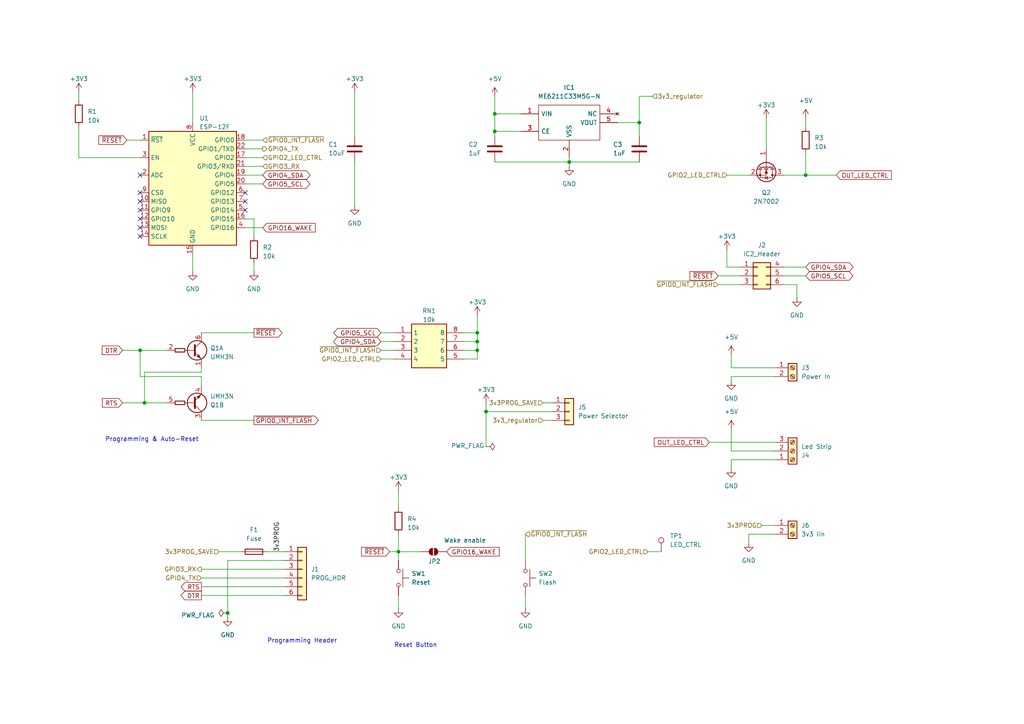
<source format=kicad_sch>
(kicad_sch (version 20250114) (generator "eeschema") (generator_version "9.0")
  (paper "A4")
  (title_block (company "chof.org"))
  (lib_symbols
    (symbol "Chof747 Voltage Regulators:ME6211C33M5G-N" (pin_names (offset 0.762))
      (property "Reference" "IC" (at 24.13 7.62 0))
      (property "Value" "ME6211C33M5G-N" (at 24.13 5.08 0))
      (symbol "ME6211C33M5G-N_0_0"
        (pin passive line (at 0 0 0) (length 5.08) (name "VIN") (number "1"))
        (pin passive line (at 0 -5.08 0) (length 5.08) (name "CE") (number "3"))
        (pin passive line (at 13.97 -12.7 90) (length 5.08) (name "VSS") (number "2"))
        (pin no_connect line (at 27.94 0 180) (length 5.08) (name "NC") (number "4"))
        (pin passive line (at 27.94 -2.54 180) (length 5.08) (name "VOUT") (number "5"))
      )
      (symbol "ME6211C33M5G-N_0_1"
        (polyline (pts (xy 5.08 2.54) (xy 22.86 2.54) (xy 22.86 -7.62) (xy 5.08 -7.62) (xy 5.08 2.54)) (stroke (width 0.1524)))
      )
    )
    (symbol "Chof747 passive:YC164-FR-0710KL"
      (property "Reference" "RN" (at 16.51 7.62 0))
      (property "Value" "YC164-FR-0710KL" (at 16.51 5.08 0))
      (symbol "YC164-FR-0710KL_1_1"
        (rectangle (start 5.08 2.54) (end 15.24 -10.16) (stroke (width 0.254)) (fill (type background)))
        (pin passive line (at 0 0 0) (length 5.08) (name "1") (number "1"))
        (pin passive line (at 0 -2.54 0) (length 5.08) (name "2") (number "2"))
        (pin passive line (at 0 -5.08 0) (length 5.08) (name "3") (number "3"))
        (pin passive line (at 0 -7.62 0) (length 5.08) (name "4") (number "4"))
        (pin passive line (at 20.32 0 180) (length 5.08) (name "8") (number "8"))
        (pin passive line (at 20.32 -2.54 180) (length 5.08) (name "7") (number "7"))
        (pin passive line (at 20.32 -5.08 180) (length 5.08) (name "6") (number "6"))
        (pin passive line (at 20.32 -7.62 180) (length 5.08) (name "5") (number "5"))
      )
    )
    (symbol "Connector:Screw_Terminal_01x02" (pin_names (offset 1.016) (hide yes))
      (property "Reference" "J" (at 0 2.54 0))
      (property "Value" "Screw_Terminal_01x02" (at 0 -5.08 0))
      (symbol "Screw_Terminal_01x02_1_1"
        (rectangle (start -1.27 1.27) (end 1.27 -3.81) (stroke (width 0.254)) (fill (type background)))
        (polyline (pts (xy -0.5334 0.3302) (xy 0.3302 -0.508)) (stroke (width 0.1524)))
        (polyline (pts (xy -0.5334 -2.2098) (xy 0.3302 -3.048)) (stroke (width 0.1524)))
        (polyline (pts (xy -0.3556 0.508) (xy 0.508 -0.3302)) (stroke (width 0.1524)))
        (polyline (pts (xy -0.3556 -2.032) (xy 0.508 -2.8702)) (stroke (width 0.1524)))
        (circle (center 0 0) (radius 0.635) (stroke (width 0.1524)))
        (circle (center 0 -2.54) (radius 0.635) (stroke (width 0.1524)))
        (pin passive line (at -5.08 0 0) (length 3.81) (name "Pin_1") (number "1"))
        (pin passive line (at -5.08 -2.54 0) (length 3.81) (name "Pin_2") (number "2"))
      )
    )
    (symbol "Connector:Screw_Terminal_01x03" (pin_names (offset 1.016) (hide yes))
      (property "Reference" "J" (at 0 5.08 0))
      (property "Value" "Screw_Terminal_01x03" (at 0 -5.08 0))
      (symbol "Screw_Terminal_01x03_1_1"
        (rectangle (start -1.27 3.81) (end 1.27 -3.81) (stroke (width 0.254)) (fill (type background)))
        (polyline (pts (xy -0.5334 2.8702) (xy 0.3302 2.032)) (stroke (width 0.1524)))
        (polyline (pts (xy -0.5334 0.3302) (xy 0.3302 -0.508)) (stroke (width 0.1524)))
        (polyline (pts (xy -0.5334 -2.2098) (xy 0.3302 -3.048)) (stroke (width 0.1524)))
        (polyline (pts (xy -0.3556 3.048) (xy 0.508 2.2098)) (stroke (width 0.1524)))
        (polyline (pts (xy -0.3556 0.508) (xy 0.508 -0.3302)) (stroke (width 0.1524)))
        (polyline (pts (xy -0.3556 -2.032) (xy 0.508 -2.8702)) (stroke (width 0.1524)))
        (circle (center 0 2.54) (radius 0.635) (stroke (width 0.1524)))
        (circle (center 0 0) (radius 0.635) (stroke (width 0.1524)))
        (circle (center 0 -2.54) (radius 0.635) (stroke (width 0.1524)))
        (pin passive line (at -5.08 2.54 0) (length 3.81) (name "Pin_1") (number "1"))
        (pin passive line (at -5.08 0 0) (length 3.81) (name "Pin_2") (number "2"))
        (pin passive line (at -5.08 -2.54 0) (length 3.81) (name "Pin_3") (number "3"))
      )
    )
    (symbol "Connector:TestPoint" (pin_numbers (hide yes)) (pin_names (offset 0.762) (hide yes))
      (property "Reference" "TP" (at 0 6.858 0))
      (property "Value" "TestPoint" (at 0 5.08 0))
      (symbol "TestPoint_0_1"
        (circle (center 0 3.302) (radius 0.762))
      )
      (symbol "TestPoint_1_1"
        (pin passive line (at 0 0 90) (length 2.54) (name "1") (number "1"))
      )
    )
    (symbol "Connector_Generic:Conn_01x03" (pin_names (offset 1.016) (hide yes))
      (property "Reference" "J" (at 0 5.08 0))
      (property "Value" "Conn_01x03" (at 0 -5.08 0))
      (symbol "Conn_01x03_1_1"
        (rectangle (start -1.27 3.81) (end 1.27 -3.81) (stroke (width 0.254)) (fill (type background)))
        (rectangle (start -1.27 2.667) (end 0 2.413) (stroke (width 0.1524)))
        (rectangle (start -1.27 0.127) (end 0 -0.127) (stroke (width 0.1524)))
        (rectangle (start -1.27 -2.413) (end 0 -2.667) (stroke (width 0.1524)))
        (pin passive line (at -5.08 2.54 0) (length 3.81) (name "Pin_1") (number "1"))
        (pin passive line (at -5.08 0 0) (length 3.81) (name "Pin_2") (number "2"))
        (pin passive line (at -5.08 -2.54 0) (length 3.81) (name "Pin_3") (number "3"))
      )
    )
    (symbol "Connector_Generic:Conn_01x06" (pin_names (offset 1.016) (hide yes))
      (property "Reference" "J" (at 0 7.62 0))
      (property "Value" "Conn_01x06" (at 0 -10.16 0))
      (symbol "Conn_01x06_1_1"
        (rectangle (start -1.27 6.35) (end 1.27 -8.89) (stroke (width 0.254)) (fill (type background)))
        (rectangle (start -1.27 5.207) (end 0 4.953) (stroke (width 0.1524)))
        (rectangle (start -1.27 2.667) (end 0 2.413) (stroke (width 0.1524)))
        (rectangle (start -1.27 0.127) (end 0 -0.127) (stroke (width 0.1524)))
        (rectangle (start -1.27 -2.413) (end 0 -2.667) (stroke (width 0.1524)))
        (rectangle (start -1.27 -4.953) (end 0 -5.207) (stroke (width 0.1524)))
        (rectangle (start -1.27 -7.493) (end 0 -7.747) (stroke (width 0.1524)))
        (pin passive line (at -5.08 5.08 0) (length 3.81) (name "Pin_1") (number "1"))
        (pin passive line (at -5.08 2.54 0) (length 3.81) (name "Pin_2") (number "2"))
        (pin passive line (at -5.08 0 0) (length 3.81) (name "Pin_3") (number "3"))
        (pin passive line (at -5.08 -2.54 0) (length 3.81) (name "Pin_4") (number "4"))
        (pin passive line (at -5.08 -5.08 0) (length 3.81) (name "Pin_5") (number "5"))
        (pin passive line (at -5.08 -7.62 0) (length 3.81) (name "Pin_6") (number "6"))
      )
    )
    (symbol "Connector_Generic:Conn_02x03_Top_Bottom" (pin_names (offset 1.016) (hide yes))
      (property "Reference" "J" (at 1.27 5.08 0))
      (property "Value" "Conn_02x03_Top_Bottom" (at 1.27 -5.08 0))
      (symbol "Conn_02x03_Top_Bottom_1_1"
        (rectangle (start -1.27 3.81) (end 3.81 -3.81) (stroke (width 0.254)) (fill (type background)))
        (rectangle (start -1.27 2.667) (end 0 2.413) (stroke (width 0.1524)))
        (rectangle (start -1.27 0.127) (end 0 -0.127) (stroke (width 0.1524)))
        (rectangle (start -1.27 -2.413) (end 0 -2.667) (stroke (width 0.1524)))
        (rectangle (start 3.81 2.667) (end 2.54 2.413) (stroke (width 0.1524)))
        (rectangle (start 3.81 0.127) (end 2.54 -0.127) (stroke (width 0.1524)))
        (rectangle (start 3.81 -2.413) (end 2.54 -2.667) (stroke (width 0.1524)))
        (pin passive line (at -5.08 2.54 0) (length 3.81) (name "Pin_1") (number "1"))
        (pin passive line (at -5.08 0 0) (length 3.81) (name "Pin_2") (number "2"))
        (pin passive line (at -5.08 -2.54 0) (length 3.81) (name "Pin_3") (number "3"))
        (pin passive line (at 7.62 2.54 180) (length 3.81) (name "Pin_4") (number "4"))
        (pin passive line (at 7.62 0 180) (length 3.81) (name "Pin_5") (number "5"))
        (pin passive line (at 7.62 -2.54 180) (length 3.81) (name "Pin_6") (number "6"))
      )
    )
    (symbol "Device:C" (pin_numbers (hide yes)) (pin_names (offset 0.254))
      (property "Reference" "C" (at 0.635 2.54 0))
      (property "Value" "C" (at 0.635 -2.54 0))
      (symbol "C_0_1"
        (polyline (pts (xy -2.032 0.762) (xy 2.032 0.762)) (stroke (width 0.508)))
        (polyline (pts (xy -2.032 -0.762) (xy 2.032 -0.762)) (stroke (width 0.508)))
      )
      (symbol "C_1_1"
        (pin passive line (at 0 3.81 270) (length 2.794) (name "~") (number "1"))
        (pin passive line (at 0 -3.81 90) (length 2.794) (name "~") (number "2"))
      )
    )
    (symbol "Device:Fuse" (pin_numbers (hide yes)) (pin_names (offset 0))
      (property "Reference" "F" (at 2.032 0 90))
      (property "Value" "Fuse" (at -1.905 0 90))
      (symbol "Fuse_0_1"
        (rectangle (start -0.762 -2.54) (end 0.762 2.54) (stroke (width 0.254)))
        (polyline (pts (xy 0 2.54) (xy 0 -2.54)))
      )
      (symbol "Fuse_1_1"
        (pin passive line (at 0 3.81 270) (length 1.27) (name "~") (number "1"))
        (pin passive line (at 0 -3.81 90) (length 1.27) (name "~") (number "2"))
      )
    )
    (symbol "Device:R" (pin_numbers (hide yes)) (pin_names (offset 0))
      (property "Reference" "R" (at 2.032 0 90))
      (property "Value" "R" (at 0 0 90))
      (symbol "R_0_1"
        (rectangle (start -1.016 -2.54) (end 1.016 2.54) (stroke (width 0.254)))
      )
      (symbol "R_1_1"
        (pin passive line (at 0 3.81 270) (length 1.27) (name "~") (number "1"))
        (pin passive line (at 0 -3.81 90) (length 1.27) (name "~") (number "2"))
      )
    )
    (symbol "Jumper:SolderJumper_2_Open" (pin_numbers (hide yes)) (pin_names (offset 0) (hide yes)) (exclude_from_sim yes) (in_bom no)
      (property "Reference" "JP" (at 0 2.032 0))
      (property "Value" "SolderJumper_2_Open" (at 0 -2.54 0))
      (symbol "SolderJumper_2_Open_0_1"
        (polyline (pts (xy -0.254 1.016) (xy -0.254 -1.016)))
        (arc (start -0.254 -1.016) (mid -1.2656 0) (end -0.254 1.016))
        (arc (start -0.254 -1.016) (mid -1.2656 0) (end -0.254 1.016) (fill (type outline)))
        (arc (start 0.254 1.016) (mid 1.2656 0) (end 0.254 -1.016))
        (arc (start 0.254 1.016) (mid 1.2656 0) (end 0.254 -1.016) (fill (type outline)))
        (polyline (pts (xy 0.254 1.016) (xy 0.254 -1.016)))
      )
      (symbol "SolderJumper_2_Open_1_1"
        (pin passive line (at -3.81 0 0) (length 2.54) (name "A") (number "1"))
        (pin passive line (at 3.81 0 180) (length 2.54) (name "B") (number "2"))
      )
    )
    (symbol "RF_Module:ESP-12F"
      (property "Reference" "U" (at -12.7 19.05 0))
      (property "Value" "ESP-12F" (at 12.7 19.05 0))
      (symbol "ESP-12F_0_1"
        (rectangle (start -12.7 17.78) (end 12.7 -15.24) (stroke (width 0.254)) (fill (type background)))
      )
      (symbol "ESP-12F_1_1"
        (pin input line (at -15.24 15.24 0) (length 2.54) (name "~{RST}") (number "1"))
        (pin input line (at -15.24 10.16 0) (length 2.54) (name "EN") (number "3"))
        (pin input line (at -15.24 5.08 0) (length 2.54) (name "ADC") (number "2"))
        (pin input line (at -15.24 0 0) (length 2.54) (name "CS0") (number "9"))
        (pin bidirectional line (at -15.24 -2.54 0) (length 2.54) (name "MISO") (number "10"))
        (pin bidirectional line (at -15.24 -5.08 0) (length 2.54) (name "GPIO9") (number "11"))
        (pin bidirectional line (at -15.24 -7.62 0) (length 2.54) (name "GPIO10") (number "12"))
        (pin bidirectional line (at -15.24 -10.16 0) (length 2.54) (name "MOSI") (number "13"))
        (pin bidirectional line (at -15.24 -12.7 0) (length 2.54) (name "SCLK") (number "14"))
        (pin power_in line (at 0 20.32 270) (length 2.54) (name "VCC") (number "8"))
        (pin power_in line (at 0 -17.78 90) (length 2.54) (name "GND") (number "15"))
        (pin bidirectional line (at 15.24 15.24 180) (length 2.54) (name "GPIO0") (number "18"))
        (pin bidirectional line (at 15.24 12.7 180) (length 2.54) (name "GPIO1/TXD") (number "22"))
        (pin bidirectional line (at 15.24 10.16 180) (length 2.54) (name "GPIO2") (number "17"))
        (pin bidirectional line (at 15.24 7.62 180) (length 2.54) (name "GPIO3/RXD") (number "21"))
        (pin bidirectional line (at 15.24 5.08 180) (length 2.54) (name "GPIO4") (number "19"))
        (pin bidirectional line (at 15.24 2.54 180) (length 2.54) (name "GPIO5") (number "20"))
        (pin bidirectional line (at 15.24 0 180) (length 2.54) (name "GPIO12") (number "6"))
        (pin bidirectional line (at 15.24 -2.54 180) (length 2.54) (name "GPIO13") (number "7"))
        (pin bidirectional line (at 15.24 -5.08 180) (length 2.54) (name "GPIO14") (number "5"))
        (pin bidirectional line (at 15.24 -7.62 180) (length 2.54) (name "GPIO15") (number "16"))
        (pin bidirectional line (at 15.24 -10.16 180) (length 2.54) (name "GPIO16") (number "4"))
      )
    )
    (symbol "Switch:SW_Push" (pin_numbers (hide yes)) (pin_names (offset 1.016) (hide yes))
      (property "Reference" "SW" (at 1.27 2.54 0))
      (property "Value" "SW_Push" (at 0 -1.524 0))
      (symbol "SW_Push_0_1"
        (circle (center -2.032 0) (radius 0.508))
        (polyline (pts (xy 0 1.27) (xy 0 3.048)))
        (circle (center 2.032 0) (radius 0.508))
        (polyline (pts (xy 2.54 1.27) (xy -2.54 1.27)))
        (pin passive line (at -5.08 0 0) (length 2.54) (name "1") (number "1"))
        (pin passive line (at 5.08 0 180) (length 2.54) (name "2") (number "2"))
      )
    )
    (symbol "Transistor_BJT:UMH3N" (pin_names (hide yes))
      (property "Reference" "Q" (at 7.62 1.27 0))
      (property "Value" "UMH3N" (at 7.62 -1.27 0))
      (symbol "UMH3N_0_1"
        (rectangle (start 0.254 0.508) (end -2.54 -0.508) (stroke (width 0.254)))
        (polyline (pts (xy 3.175 1.524) (xy 3.175 -1.524)) (stroke (width 0.508)))
        (polyline (pts (xy 3.175 0.635) (xy 5.08 2.54)))
        (polyline (pts (xy 3.175 0) (xy 0.254 0)))
        (polyline (pts (xy 3.175 -0.635) (xy 5.08 -2.54) (xy 5.08 -2.54)))
        (circle (center 3.81 0) (radius 2.8194) (stroke (width 0.254)))
        (polyline (pts (xy 3.81 -1.778) (xy 4.318 -1.27) (xy 4.826 -2.286) (xy 3.81 -1.778) (xy 3.81 -1.778)) (fill (type outline)))
      )
      (symbol "UMH3N_1_1"
        (pin input line (at -5.08 0 0) (length 2.54) (name "B1") (number "2"))
        (pin passive line (at 5.08 5.08 270) (length 2.54) (name "C1") (number "6"))
        (pin passive line (at 5.08 -5.08 90) (length 2.54) (name "E1") (number "1"))
      )
      (symbol "UMH3N_2_1"
        (pin input line (at -5.08 0 0) (length 2.54) (name "B2") (number "5"))
        (pin passive line (at 5.08 5.08 270) (length 2.54) (name "C2") (number "3"))
        (pin passive line (at 5.08 -5.08 90) (length 2.54) (name "E2") (number "4"))
      )
    )
    (symbol "Transistor_FET:2N7002" (pin_names (hide yes))
      (property "Reference" "Q" (at 5.08 1.905 0))
      (property "Value" "2N7002" (at 5.08 0 0))
      (symbol "2N7002_0_1"
        (polyline (pts (xy 0.254 1.905) (xy 0.254 -1.905)) (stroke (width 0.254)))
        (polyline (pts (xy 0.254 0) (xy -2.54 0)))
        (polyline (pts (xy 0.762 2.286) (xy 0.762 1.27)) (stroke (width 0.254)))
        (polyline (pts (xy 0.762 0.508) (xy 0.762 -0.508)) (stroke (width 0.254)))
        (polyline (pts (xy 0.762 -1.27) (xy 0.762 -2.286)) (stroke (width 0.254)))
        (polyline (pts (xy 0.762 -1.778) (xy 3.302 -1.778) (xy 3.302 1.778) (xy 0.762 1.778)))
        (polyline (pts (xy 1.016 0) (xy 2.032 0.381) (xy 2.032 -0.381) (xy 1.016 0)) (fill (type outline)))
        (circle (center 1.651 0) (radius 2.794) (stroke (width 0.254)))
        (polyline (pts (xy 2.54 2.54) (xy 2.54 1.778)))
        (circle (center 2.54 1.778) (radius 0.254) (fill (type outline)))
        (circle (center 2.54 -1.778) (radius 0.254) (fill (type outline)))
        (polyline (pts (xy 2.54 -2.54) (xy 2.54 0) (xy 0.762 0)))
        (polyline (pts (xy 2.794 0.508) (xy 2.921 0.381) (xy 3.683 0.381) (xy 3.81 0.254)))
        (polyline (pts (xy 3.302 0.381) (xy 2.921 -0.254) (xy 3.683 -0.254) (xy 3.302 0.381)))
      )
      (symbol "2N7002_1_1"
        (pin input line (at -5.08 0 0) (length 2.54) (name "G") (number "1"))
        (pin passive line (at 2.54 5.08 270) (length 2.54) (name "D") (number "3"))
        (pin passive line (at 2.54 -5.08 90) (length 2.54) (name "S") (number "2"))
      )
    )
    (symbol "power:+3V3" (power) (pin_numbers (hide yes)) (pin_names (offset 0) (hide yes))
      (property "Value" "+3V3" (at 0 3.556 0))
      (symbol "+3V3_0_1"
        (polyline (pts (xy -0.762 1.27) (xy 0 2.54)))
        (polyline (pts (xy 0 2.54) (xy 0.762 1.27)))
        (polyline (pts (xy 0 0) (xy 0 2.54)))
      )
      (symbol "+3V3_1_1"
        (pin power_in line (at 0 0 90) (length 0) (name "~") (number "1"))
      )
    )
    (symbol "power:+5V" (power) (pin_numbers (hide yes)) (pin_names (offset 0) (hide yes))
      (property "Value" "+5V" (at 0 3.556 0))
      (symbol "+5V_0_1"
        (polyline (pts (xy -0.762 1.27) (xy 0 2.54)))
        (polyline (pts (xy 0 2.54) (xy 0.762 1.27)))
        (polyline (pts (xy 0 0) (xy 0 2.54)))
      )
      (symbol "+5V_1_1"
        (pin power_in line (at 0 0 90) (length 0) (name "~") (number "1"))
      )
    )
    (symbol "power:GND" (power) (pin_numbers (hide yes)) (pin_names (offset 0) (hide yes))
      (property "Value" "GND" (at 0 -3.81 0))
      (symbol "GND_0_1"
        (polyline (pts (xy 0 0) (xy 0 -1.27) (xy 1.27 -1.27) (xy 0 -2.54) (xy -1.27 -1.27) (xy 0 -1.27)))
      )
      (symbol "GND_1_1"
        (pin power_in line (at 0 0 270) (length 0) (name "~") (number "1"))
      )
    )
    (symbol "power:PWR_FLAG" (power) (pin_numbers (hide yes)) (pin_names (offset 0) (hide yes))
      (property "Value" "PWR_FLAG" (at 0 3.81 0))
      (symbol "PWR_FLAG_0_0"
        (pin power_out line (at 0 0 90) (length 0) (name "~") (number "1"))
      )
      (symbol "PWR_FLAG_0_1"
        (polyline (pts (xy 0 0) (xy 0 1.27) (xy -1.016 1.905) (xy 0 2.54) (xy 1.016 1.905) (xy 0 1.27)))
      )
    )
  )
  (text "Programming & Auto-Reset" (at 30.48 128.27 0) (effects (font (size 1.27 1.27)) (justify left bottom)))
  (text "Reset Button" (at 114.3 187.96 0) (effects (font (size 1.27 1.27)) (justify left bottom)))
  (text "Programming Header" (at 77.47 186.69 0) (effects (font (size 1.27 1.27)) (justify left bottom)))
  (junction (at 40.64 101.6))
  (junction (at 165.1 46.99))
  (junction (at 143.51 33.02))
  (junction (at 143.51 38.1))
  (junction (at 138.43 96.52))
  (junction (at 41.91 116.84))
  (junction (at 140.97 119.38))
  (junction (at 138.43 99.06))
  (junction (at 66.04 177.8))
  (junction (at 115.57 160.02))
  (junction (at 233.68 50.8))
  (junction (at 138.43 101.6))
  (junction (at 185.42 35.56))
  (no_connect (at 40.64 68.58))
  (no_connect (at 71.12 58.42))
  (no_connect (at 40.64 55.88))
  (no_connect (at 40.64 63.5))
  (no_connect (at 40.64 50.8))
  (no_connect (at 40.64 60.96))
  (no_connect (at 40.64 58.42))
  (no_connect (at 71.12 60.96))
  (no_connect (at 71.12 55.88))
  (no_connect (at 40.64 66.04))
  (wire (pts (xy 227.33 80.01) (xy 233.68 80.01)))
  (wire (pts (xy 40.64 101.6) (xy 40.64 109.22)))
  (wire (pts (xy 58.42 106.68) (xy 58.42 107.95)))
  (wire (pts (xy 35.56 116.84) (xy 41.91 116.84)))
  (wire (pts (xy 71.12 50.8) (xy 76.2 50.8)))
  (wire (pts (xy 227.33 77.47) (xy 233.68 77.47)))
  (wire (pts (xy 115.57 160.02) (xy 115.57 162.56)))
  (wire (pts (xy 210.82 77.47) (xy 214.63 77.47)))
  (wire (pts (xy 227.33 82.55) (xy 231.14 82.55)))
  (wire (pts (xy 217.17 154.94) (xy 224.79 154.94)))
  (wire (pts (xy 41.91 116.84) (xy 48.26 116.84)))
  (wire (pts (xy 138.43 96.52) (xy 138.43 91.44)))
  (wire (pts (xy 140.97 119.38) (xy 160.02 119.38)))
  (wire (pts (xy 233.68 50.8) (xy 242.57 50.8)))
  (wire (pts (xy 71.12 40.64) (xy 76.2 40.64)))
  (wire (pts (xy 41.91 107.95) (xy 58.42 107.95)))
  (wire (pts (xy 140.97 116.84) (xy 140.97 119.38)))
  (wire (pts (xy 71.12 48.26) (xy 76.2 48.26)))
  (wire (pts (xy 212.09 106.68) (xy 224.79 106.68)))
  (wire (pts (xy 212.09 110.49) (xy 212.09 109.22)))
  (wire (pts (xy 115.57 172.72) (xy 115.57 176.53)))
  (wire (pts (xy 113.03 160.02) (xy 115.57 160.02)))
  (wire (pts (xy 66.04 162.56) (xy 82.55 162.56)))
  (wire (pts (xy 58.42 165.1) (xy 82.55 165.1)))
  (wire (pts (xy 115.57 154.94) (xy 115.57 160.02)))
  (wire (pts (xy 220.98 152.4) (xy 224.79 152.4)))
  (wire (pts (xy 71.12 63.5) (xy 73.66 63.5)))
  (wire (pts (xy 55.88 26.67) (xy 55.88 35.56)))
  (wire (pts (xy 165.1 46.99) (xy 185.42 46.99)))
  (wire (pts (xy 143.51 27.94) (xy 143.51 33.02)))
  (wire (pts (xy 185.42 27.94) (xy 185.42 35.56)))
  (wire (pts (xy 58.42 121.92) (xy 73.66 121.92)))
  (wire (pts (xy 36.83 40.64) (xy 40.64 40.64)))
  (wire (pts (xy 157.48 116.84) (xy 160.02 116.84)))
  (wire (pts (xy 71.12 53.34) (xy 76.2 53.34)))
  (wire (pts (xy 71.12 45.72) (xy 76.2 45.72)))
  (wire (pts (xy 58.42 167.64) (xy 82.55 167.64)))
  (wire (pts (xy 152.4 154.94) (xy 152.4 162.56)))
  (wire (pts (xy 134.62 99.06) (xy 138.43 99.06)))
  (wire (pts (xy 231.14 82.55) (xy 231.14 86.36)))
  (wire (pts (xy 212.09 135.89) (xy 212.09 133.35)))
  (wire (pts (xy 115.57 142.24) (xy 115.57 147.32)))
  (wire (pts (xy 73.66 63.5) (xy 73.66 68.58)))
  (wire (pts (xy 143.51 46.99) (xy 165.1 46.99)))
  (wire (pts (xy 212.09 102.87) (xy 212.09 106.68)))
  (wire (pts (xy 210.82 72.39) (xy 210.82 77.47)))
  (wire (pts (xy 187.96 160.02) (xy 191.77 160.02)))
  (wire (pts (xy 208.28 82.55) (xy 214.63 82.55)))
  (wire (pts (xy 58.42 109.22) (xy 58.42 111.76)))
  (wire (pts (xy 205.74 128.27) (xy 224.79 128.27)))
  (wire (pts (xy 22.86 36.83) (xy 22.86 45.72)))
  (wire (pts (xy 212.09 109.22) (xy 224.79 109.22)))
  (wire (pts (xy 66.04 177.8) (xy 66.04 179.07)))
  (wire (pts (xy 71.12 66.04) (xy 76.2 66.04)))
  (wire (pts (xy 22.86 29.21) (xy 22.86 26.67)))
  (wire (pts (xy 138.43 99.06) (xy 138.43 96.52)))
  (wire (pts (xy 35.56 101.6) (xy 40.64 101.6)))
  (wire (pts (xy 110.49 99.06) (xy 114.3 99.06)))
  (wire (pts (xy 66.04 162.56) (xy 66.04 177.8)))
  (wire (pts (xy 165.1 45.72) (xy 165.1 46.99)))
  (wire (pts (xy 58.42 170.18) (xy 82.55 170.18)))
  (wire (pts (xy 143.51 38.1) (xy 143.51 39.37)))
  (wire (pts (xy 22.86 45.72) (xy 40.64 45.72)))
  (wire (pts (xy 143.51 33.02) (xy 151.13 33.02)))
  (wire (pts (xy 77.47 160.02) (xy 82.55 160.02)))
  (wire (pts (xy 140.97 119.38) (xy 140.97 129.54)))
  (wire (pts (xy 134.62 104.14) (xy 138.43 104.14)))
  (wire (pts (xy 212.09 124.46) (xy 212.09 130.81)))
  (wire (pts (xy 102.87 46.99) (xy 102.87 59.69)))
  (wire (pts (xy 152.4 172.72) (xy 152.4 176.53)))
  (wire (pts (xy 233.68 50.8) (xy 227.33 50.8)))
  (wire (pts (xy 58.42 96.52) (xy 73.66 96.52)))
  (wire (pts (xy 58.42 172.72) (xy 82.55 172.72)))
  (wire (pts (xy 115.57 160.02) (xy 121.92 160.02)))
  (wire (pts (xy 212.09 133.35) (xy 224.79 133.35)))
  (wire (pts (xy 210.82 50.8) (xy 217.17 50.8)))
  (wire (pts (xy 157.48 121.92) (xy 160.02 121.92)))
  (wire (pts (xy 134.62 96.52) (xy 138.43 96.52)))
  (wire (pts (xy 151.13 38.1) (xy 143.51 38.1)))
  (wire (pts (xy 71.12 43.18) (xy 76.2 43.18)))
  (wire (pts (xy 110.49 104.14) (xy 114.3 104.14)))
  (wire (pts (xy 185.42 35.56) (xy 185.42 39.37)))
  (wire (pts (xy 233.68 44.45) (xy 233.68 50.8)))
  (wire (pts (xy 55.88 73.66) (xy 55.88 78.74)))
  (wire (pts (xy 138.43 101.6) (xy 138.43 99.06)))
  (wire (pts (xy 41.91 107.95) (xy 41.91 116.84)))
  (wire (pts (xy 110.49 101.6) (xy 114.3 101.6)))
  (wire (pts (xy 189.23 27.94) (xy 185.42 27.94)))
  (wire (pts (xy 217.17 157.48) (xy 217.17 154.94)))
  (wire (pts (xy 73.66 76.2) (xy 73.66 78.74)))
  (wire (pts (xy 208.28 80.01) (xy 214.63 80.01)))
  (wire (pts (xy 63.5 160.02) (xy 69.85 160.02)))
  (wire (pts (xy 165.1 46.99) (xy 165.1 48.26)))
  (wire (pts (xy 110.49 96.52) (xy 114.3 96.52)))
  (wire (pts (xy 179.07 35.56) (xy 185.42 35.56)))
  (wire (pts (xy 40.64 109.22) (xy 58.42 109.22)))
  (wire (pts (xy 212.09 130.81) (xy 224.79 130.81)))
  (wire (pts (xy 134.62 101.6) (xy 138.43 101.6)))
  (wire (pts (xy 222.25 34.29) (xy 222.25 43.18)))
  (wire (pts (xy 40.64 101.6) (xy 48.26 101.6)))
  (wire (pts (xy 138.43 104.14) (xy 138.43 101.6)))
  (wire (pts (xy 233.68 34.29) (xy 233.68 36.83)))
  (wire (pts (xy 143.51 38.1) (xy 143.51 33.02)))
  (wire (pts (xy 102.87 26.67) (xy 102.87 39.37)))
  (label "3v3PROG" (at 81.28 160.02 90))
  (global_label "GPIO5_SCL" (shape bidirectional) (at 110.49 96.52 180) (property "Intersheetrefs" "${INTERSHEET_REFS}" (effects (hide yes))))
  (global_label "~{GPIO0_INT_FLASH}" (shape output) (at 73.66 121.92 0) (property "Intersheetrefs" "${INTERSHEET_REFS}" (effects (hide yes))))
  (global_label "OUT_LED_CTRL" (shape input) (at 242.57 50.8 0) (property "Intersheetrefs" "${INTERSHEET_REFS}" (effects (hide yes))))
  (global_label "~{RESET}" (shape input) (at 113.03 160.02 180) (property "Intersheetrefs" "${INTERSHEET_REFS}" (effects (hide yes))))
  (global_label "DTR" (shape input) (at 35.56 101.6 180) (property "Intersheetrefs" "${INTERSHEET_REFS}" (effects (hide yes))))
  (global_label "GPIO4_SDA" (shape bidirectional) (at 233.68 77.47 0) (property "Intersheetrefs" "${INTERSHEET_REFS}" (effects (hide yes))))
  (global_label "OUT_LED_CTRL" (shape input) (at 205.74 128.27 180) (property "Intersheetrefs" "${INTERSHEET_REFS}" (effects (hide yes))))
  (global_label "RTS" (shape output) (at 58.42 170.18 180) (property "Intersheetrefs" "${INTERSHEET_REFS}" (effects (hide yes))))
  (global_label "RTS" (shape input) (at 35.56 116.84 180) (property "Intersheetrefs" "${INTERSHEET_REFS}" (effects (hide yes))))
  (global_label "~{RESET}" (shape input) (at 36.83 40.64 180) (property "Intersheetrefs" "${INTERSHEET_REFS}" (effects (hide yes))))
  (global_label "DTR" (shape output) (at 58.42 172.72 180) (property "Intersheetrefs" "${INTERSHEET_REFS}" (effects (hide yes))))
  (global_label "GPIO16_WAKE" (shape input) (at 129.54 160.02 0) (property "Intersheetrefs" "${INTERSHEET_REFS}" (effects (hide yes))))
  (global_label "~{RESET}" (shape input) (at 208.28 80.01 180) (property "Intersheetrefs" "${INTERSHEET_REFS}" (effects (hide yes))))
  (global_label "GPIO4_SDA" (shape bidirectional) (at 110.49 99.06 180) (property "Intersheetrefs" "${INTERSHEET_REFS}" (effects (hide yes))))
  (global_label "GPIO5_SCL" (shape bidirectional) (at 76.2 53.34 0) (property "Intersheetrefs" "${INTERSHEET_REFS}" (effects (hide yes))))
  (global_label "~{RESET}" (shape output) (at 73.66 96.52 0) (property "Intersheetrefs" "${INTERSHEET_REFS}" (effects (hide yes))))
  (global_label "GPIO4_SDA" (shape bidirectional) (at 76.2 50.8 0) (property "Intersheetrefs" "${INTERSHEET_REFS}" (effects (hide yes))))
  (global_label "GPIO5_SCL" (shape bidirectional) (at 233.68 80.01 0) (property "Intersheetrefs" "${INTERSHEET_REFS}" (effects (hide yes))))
  (global_label "GPIO16_WAKE" (shape input) (at 76.2 66.04 0) (property "Intersheetrefs" "${INTERSHEET_REFS}" (effects (hide yes))))
  (hierarchical_label "3v3PROG" (shape input) (at 220.98 152.4 180))
  (hierarchical_label "GPIO2_LED_CTRL" (shape input) (at 187.96 160.02 180))
  (hierarchical_label "~{GPIO0_INT_FLASH}" (shape input) (at 76.2 40.64 0))
  (hierarchical_label "3v3PROG_SAVE" (shape input) (at 63.5 160.02 180))
  (hierarchical_label "GPIO2_LED_CTRL" (shape input) (at 110.49 104.14 180))
  (hierarchical_label "GPIO4_TX" (shape input) (at 58.42 167.64 180))
  (hierarchical_label "GPIO4_TX" (shape output) (at 76.2 43.18 0))
  (hierarchical_label "GPIO2_LED_CTRL" (shape input) (at 76.2 45.72 0))
  (hierarchical_label "GPIO3_RX" (shape output) (at 58.42 165.1 180))
  (hierarchical_label "GPIO3_RX" (shape input) (at 76.2 48.26 0))
  (hierarchical_label "3v3_regulator" (shape input) (at 157.48 121.92 180))
  (hierarchical_label "3v3PROG_SAVE" (shape input) (at 157.48 116.84 180))
  (hierarchical_label "~{GPIO0_INT_FLASH}" (shape input) (at 208.28 82.55 180))
  (hierarchical_label "~{GPIO0_INT_FLASH}" (shape input) (at 152.4 154.94 0))
  (hierarchical_label "~{GPIO0_INT_FLASH}" (shape input) (at 110.49 101.6 180))
  (hierarchical_label "3v3_regulator" (shape input) (at 189.23 27.94 0))
  (hierarchical_label "GPIO2_LED_CTRL" (shape input) (at 210.82 50.8 180))
  (symbol (lib_id "Jumper:SolderJumper_2_Open") (at 125.73 160.02 0) (unit 1) (exclude_from_sim yes) (in_bom no)
    (property "Reference" "JP2" (at 125.984 162.814 0))
    (property "Value" "Wake enable" (at 134.874 156.718 0))
    (property "Footprint" "Jumper:SolderJumper-2_P1.3mm_Open_Pad1.0x1.5mm" (effects (hide yes)))
    (property "Description" "Solder Jumper, 2-pole, open" (effects (hide yes)))
  )
  (symbol (lib_id "power:+3V3") (at 102.87 26.67 0) (unit 1)
    (property "Reference" "#PWR05" (effects (hide yes)))
    (property "Value" "+3V3" (at 102.87 22.86 0))
    (property "Description" "Power symbol creates a global label with name \"+3V3\"" (effects (hide yes)))
  )
  (symbol (lib_id "Device:C") (at 185.42 43.18 0) (unit 1)
    (property "Reference" "C3" (at 177.8 41.91 0) (effects (justify left)))
    (property "Value" "1uF" (at 177.8 44.45 0) (effects (justify left)))
    (property "Footprint" "Capacitor_SMD:C_0603_1608Metric_Pad1.08x0.95mm_HandSolder" (effects (hide yes)))
    (property "Description" "Unpolarized capacitor" (effects (hide yes)))
  )
  (symbol (lib_id "power:GND") (at 115.57 176.53 0) (unit 1)
    (property "Reference" "#PWR016" (effects (hide yes)))
    (property "Value" "GND" (at 115.57 181.61 0))
    (property "Description" "Power symbol creates a global label with name \"GND\" , ground" (effects (hide yes)))
  )
  (symbol (lib_id "power:GND") (at 212.09 110.49 0) (unit 1)
    (property "Reference" "#PWR021" (effects (hide yes)))
    (property "Value" "GND" (at 212.09 115.57 0))
    (property "Description" "Power symbol creates a global label with name \"GND\" , ground" (effects (hide yes)))
  )
  (symbol (lib_id "Transistor_BJT:UMH3N") (at 53.34 116.84 0) (mirror x) (unit 2)
    (property "Reference" "Q1" (at 60.96 117.475 0) (effects (justify left)))
    (property "Value" "UMH3N" (at 60.96 114.935 0) (effects (justify left)))
    (property "Footprint" "Package_TO_SOT_SMD:SOT-363_SC-70-6" (effects (hide yes)))
    (property "Datasheet" "http://rohmfs.rohm.com/en/products/databook/datasheet/discrete/transistor/digital/emh3t2r-e.pdf" (effects (hide yes)))
    (property "Description" "0.1A Ic, 50V Vce, Dual NPN Input Resistor Transistors, SOT-363" (effects (hide yes)))
  )
  (symbol (lib_id "Switch:SW_Push") (at 115.57 167.64 270) (unit 1)
    (property "Reference" "SW1" (at 119.38 166.3699 90) (effects (justify left)))
    (property "Value" "Reset" (at 119.38 168.9099 90) (effects (justify left)))
    (property "Footprint" "Chof747_Footprints:KEY-SMD_L3.9-W3.0-LS5.0-EH" (effects (hide yes)))
    (property "Description" "Push button switch, generic, two pins" (effects (hide yes)))
  )
  (symbol (lib_id "power:GND") (at 55.88 78.74 0) (unit 1)
    (property "Reference" "#PWR03" (effects (hide yes)))
    (property "Value" "GND" (at 55.88 83.82 0))
    (property "Description" "Power symbol creates a global label with name \"GND\" , ground" (effects (hide yes)))
  )
  (symbol (lib_id "Device:R") (at 233.68 40.64 0) (unit 1)
    (property "Reference" "R3" (at 236.22 40.005 0) (effects (justify left)))
    (property "Value" "10k" (at 236.22 42.545 0) (effects (justify left)))
    (property "Footprint" "Resistor_SMD:R_0603_1608Metric_Pad0.98x0.95mm_HandSolder" (effects (hide yes)))
    (property "Description" "Resistor" (effects (hide yes)))
  )
  (symbol (lib_id "Connector:Screw_Terminal_01x02") (at 229.87 152.4 0) (unit 1)
    (property "Reference" "J6" (at 232.41 152.3999 0) (effects (justify left)))
    (property "Value" "3v3 Iin" (at 232.41 154.9399 0) (effects (justify left)))
    (property "Footprint" "TerminalBlock:TerminalBlock_bornier-2_P5.08mm" (effects (hide yes)))
    (property "Description" "Generic screw terminal, single row, 01x02, script generated (kicad-library-utils/schlib/autogen/connector/)" (effects (hide yes)))
  )
  (symbol (lib_id "power:GND") (at 212.09 135.89 0) (unit 1)
    (property "Reference" "#PWR023" (effects (hide yes)))
    (property "Value" "GND" (at 212.09 140.97 0))
    (property "Description" "Power symbol creates a global label with name \"GND\" , ground" (effects (hide yes)))
  )
  (symbol (lib_id "Device:R") (at 22.86 33.02 0) (unit 1)
    (property "Reference" "R1" (at 25.4 32.385 0) (effects (justify left)))
    (property "Value" "10k" (at 25.4 34.925 0) (effects (justify left)))
    (property "Footprint" "Resistor_SMD:R_0603_1608Metric_Pad0.98x0.95mm_HandSolder" (effects (hide yes)))
    (property "Description" "Resistor" (effects (hide yes)))
  )
  (symbol (lib_id "power:+5V") (at 143.51 27.94 0) (unit 1)
    (property "Reference" "#PWR011" (effects (hide yes)))
    (property "Value" "+5V" (at 143.51 22.86 0))
    (property "Description" "Power symbol creates a global label with name \"+5V\"" (effects (hide yes)))
  )
  (symbol (lib_id "Device:C") (at 143.51 43.18 0) (unit 1)
    (property "Reference" "C2" (at 135.89 41.91 0) (effects (justify left)))
    (property "Value" "1uF" (at 135.89 44.45 0) (effects (justify left)))
    (property "Footprint" "Capacitor_SMD:C_0603_1608Metric_Pad1.08x0.95mm_HandSolder" (effects (hide yes)))
    (property "Description" "Unpolarized capacitor" (effects (hide yes)))
  )
  (symbol (lib_id "power:GND") (at 231.14 86.36 0) (unit 1)
    (property "Reference" "#PWR019" (effects (hide yes)))
    (property "Value" "GND" (at 231.14 91.44 0))
    (property "Description" "Power symbol creates a global label with name \"GND\" , ground" (effects (hide yes)))
  )
  (symbol (lib_id "power:GND") (at 102.87 59.69 0) (unit 1)
    (property "Reference" "#PWR06" (effects (hide yes)))
    (property "Value" "GND" (at 102.87 64.77 0))
    (property "Description" "Power symbol creates a global label with name \"GND\" , ground" (effects (hide yes)))
  )
  (symbol (lib_id "power:GND") (at 73.66 78.74 0) (unit 1)
    (property "Reference" "#PWR04" (effects (hide yes)))
    (property "Value" "GND" (at 73.66 83.82 0))
    (property "Description" "Power symbol creates a global label with name \"GND\" , ground" (effects (hide yes)))
  )
  (symbol (lib_id "power:+3V3") (at 115.57 142.24 0) (unit 1)
    (property "Reference" "#PWR015" (effects (hide yes)))
    (property "Value" "+3V3" (at 115.57 138.43 0))
    (property "Description" "Power symbol creates a global label with name \"+3V3\"" (effects (hide yes)))
  )
  (symbol (lib_id "Connector_Generic:Conn_01x03") (at 165.1 119.38 0) (unit 1)
    (property "Reference" "J5" (at 167.64 118.1099 0) (effects (justify left)))
    (property "Value" "Power Selector" (at 167.64 120.6499 0) (effects (justify left)))
    (property "Footprint" "Connector_PinHeader_2.54mm:PinHeader_1x03_P2.54mm_Vertical" (effects (hide yes)))
    (property "Description" "Generic connector, single row, 01x03, script generated (kicad-library-utils/schlib/autogen/connector/)" (effects (hide yes)))
  )
  (symbol (lib_id "RF_Module:ESP-12F") (at 55.88 55.88 0) (unit 1)
    (property "Reference" "U1" (at 57.8359 34.29 0) (effects (justify left)))
    (property "Value" "ESP-12F" (at 57.8359 36.83 0) (effects (justify left)))
    (property "Footprint" "RF_Module:ESP-12E" (effects (hide yes)))
    (property "Datasheet" "http://wiki.ai-thinker.com/_media/esp8266/esp8266_series_modules_user_manual_v1.1.pdf" (effects (hide yes)))
    (property "Description" "802.11 b/g/n Wi-Fi Module" (effects (hide yes)))
  )
  (symbol (lib_id "power:PWR_FLAG") (at 140.97 129.54 270) (unit 1)
    (property "Reference" "#FLG01" (effects (hide yes)))
    (property "Value" "PWR_FLAG" (at 130.81 129.286 90) (effects (justify left)))
    (property "Description" "Special symbol for telling ERC where power comes from" (effects (hide yes)))
  )
  (symbol (lib_id "power:+3V3") (at 210.82 72.39 0) (unit 1)
    (property "Reference" "#PWR018" (effects (hide yes)))
    (property "Value" "+3V3" (at 210.82 68.58 0))
    (property "Description" "Power symbol creates a global label with name \"+3V3\"" (effects (hide yes)))
  )
  (symbol (lib_id "power:+5V") (at 212.09 124.46 0) (unit 1)
    (property "Reference" "#PWR022" (effects (hide yes)))
    (property "Value" "+5V" (at 212.09 119.38 0))
    (property "Description" "Power symbol creates a global label with name \"+5V\"" (effects (hide yes)))
  )
  (symbol (lib_id "Connector:Screw_Terminal_01x02") (at 229.87 106.68 0) (unit 1)
    (property "Reference" "J3" (at 232.41 106.6799 0) (effects (justify left)))
    (property "Value" "Power In" (at 232.41 109.2199 0) (effects (justify left)))
    (property "Footprint" "TerminalBlock:TerminalBlock_bornier-2_P5.08mm" (effects (hide yes)))
    (property "Description" "Generic screw terminal, single row, 01x02, script generated (kicad-library-utils/schlib/autogen/connector/)" (effects (hide yes)))
  )
  (symbol (lib_id "Chof747 passive:YC164-FR-0710KL") (at 114.3 96.52 0) (unit 1)
    (property "Reference" "RN1" (at 124.46 90.17 0))
    (property "Value" "10k" (at 124.46 92.71 0))
    (property "Footprint" "YC164JR07220RL" (effects (hide yes)))
    (property "Datasheet" "https://www.mouser.com/datasheet/2/447/PYu-YC_TC_group_51_RoHS_L_7-1313905.pdf" (effects (hide yes)))
    (property "Description" "YAGEO - YC164-FR-0710KL - RESISTOR, ARRAY, 1% 10K" (effects (hide yes)))
    (property "Height" "0" (effects (hide yes)))
    (property "Manufacturer_Name" "KEMET" (effects (hide yes)))
    (property "Manufacturer_Part_Number" "YC164-FR-0710KL" (effects (hide yes)))
    (property "Mouser Part Number" "603-YC164-FR-0710KL" (effects (hide yes)))
    (property "Mouser Price/Stock" "https://www.mouser.co.uk/ProductDetail/Yageo/YC164-FR-0710KL/?qs=8cPjvKtxWv4rLfyjGsoQQw%3D%3D" (effects (hide yes)))
    (property "Arrow Part Number" "YC164-FR-0710KL" (effects (hide yes)))
    (property "Arrow Price/Stock" "https://www.arrow.com/en/products/yc164-fr-0710kl/yageo?region=nac" (effects (hide yes)))
  )
  (symbol (lib_id "Connector_Generic:Conn_02x03_Top_Bottom") (at 219.71 80.01 0) (unit 1)
    (property "Reference" "J2" (at 220.98 71.12 0))
    (property "Value" "IC2_Header" (at 220.98 73.66 0))
    (property "Footprint" "Chof747_Connectors:HDR-TH_6P-P2.54-V-F-R2-C3-S2.54-4" (effects (hide yes)))
    (property "Description" "Generic connector, double row, 02x03, top/bottom pin numbering scheme (row 1: 1...pins_per_row, row2: pins_per_row+1 ... num_pins), script generated (kicad-library-utils/schlib/autogen/connector/)" (effects (hide yes)))
  )
  (symbol (lib_id "power:+3V3") (at 140.97 116.84 0) (unit 1)
    (property "Reference" "#PWR013" (effects (hide yes)))
    (property "Value" "+3V3" (at 140.97 113.03 0))
    (property "Description" "Power symbol creates a global label with name \"+3V3\"" (effects (hide yes)))
  )
  (symbol (lib_id "Switch:SW_Push") (at 152.4 167.64 270) (unit 1)
    (property "Reference" "SW2" (at 156.21 166.3699 90) (effects (justify left)))
    (property "Value" "Flash" (at 156.21 168.9099 90) (effects (justify left)))
    (property "Footprint" "Chof747_Footprints:KEY-SMD_L3.9-W3.0-LS5.0-EH" (effects (hide yes)))
    (property "Description" "Push button switch, generic, two pins" (effects (hide yes)))
  )
  (symbol (lib_id "power:+5V") (at 212.09 102.87 0) (unit 1)
    (property "Reference" "#PWR020" (effects (hide yes)))
    (property "Value" "+5V" (at 212.09 97.79 0))
    (property "Description" "Power symbol creates a global label with name \"+5V\"" (effects (hide yes)))
  )
  (symbol (lib_id "Device:R") (at 73.66 72.39 0) (unit 1)
    (property "Reference" "R2" (at 76.2 71.755 0) (effects (justify left)))
    (property "Value" "10k" (at 76.2 74.295 0) (effects (justify left)))
    (property "Footprint" "Resistor_SMD:R_0603_1608Metric_Pad0.98x0.95mm_HandSolder" (effects (hide yes)))
    (property "Description" "Resistor" (effects (hide yes)))
  )
  (symbol (lib_id "power:+3V3") (at 138.43 91.44 0) (unit 1)
    (property "Reference" "#PWR07" (effects (hide yes)))
    (property "Value" "+3V3" (at 138.43 87.63 0))
    (property "Description" "Power symbol creates a global label with name \"+3V3\"" (effects (hide yes)))
  )
  (symbol (lib_id "Chof747 Voltage Regulators:ME6211C33M5G-N") (at 151.13 33.02 0) (unit 1)
    (property "Reference" "IC1" (at 165.1 25.4 0))
    (property "Value" "ME6211C33M5G-N" (at 165.1 27.94 0))
    (property "Footprint" "SOT95P270X145-5N" (effects (hide yes)))
    (property "Datasheet" "https://datasheet.lcsc.com/szlcsc/1811131510_MICRONE-Nanjing-Micro-One-Elec-ME6211C33M5G-N_C82942.pdf" (effects (hide yes)))
    (property "Description" "Fixed 6V 3.3V 500mA SOT-23-5 Low Dropout Regulators(LDO) RoHS" (effects (hide yes)))
    (property "Height" "1.45" (effects (hide yes)))
    (property "Manufacturer_Name" "Microne" (effects (hide yes)))
    (property "Manufacturer_Part_Number" "ME6211C33M5G-N" (effects (hide yes)))
  )
  (symbol (lib_id "Connector_Generic:Conn_01x06") (at 87.63 165.1 0) (unit 1)
    (property "Reference" "J1" (at 90.17 165.0999 0) (effects (justify left)))
    (property "Value" "PROG_HDR" (at 90.17 167.6399 0) (effects (justify left)))
    (property "Footprint" "Connector_PinHeader_2.54mm:PinHeader_1x06_P2.54mm_Vertical" (effects (hide yes)))
    (property "Description" "Generic connector, single row, 01x06, script generated (kicad-library-utils/schlib/autogen/connector/)" (effects (hide yes)))
  )
  (symbol (lib_id "Transistor_FET:2N7002") (at 222.25 48.26 270) (unit 1)
    (property "Reference" "Q2" (at 222.25 55.88 90))
    (property "Value" "2N7002" (at 222.25 58.42 90))
    (property "Footprint" "Package_TO_SOT_SMD:SOT-23" (effects (hide yes)))
    (property "Datasheet" "https://www.onsemi.com/pub/Collateral/NDS7002A-D.PDF" (effects (hide yes)))
    (property "Description" "0.115A Id, 60V Vds, N-Channel MOSFET, SOT-23" (effects (hide yes)))
  )
  (symbol (lib_id "power:GND") (at 152.4 176.53 0) (unit 1)
    (property "Reference" "#PWR017" (effects (hide yes)))
    (property "Value" "GND" (at 152.4 181.61 0))
    (property "Description" "Power symbol creates a global label with name \"GND\" , ground" (effects (hide yes)))
  )
  (symbol (lib_id "power:+3V3") (at 222.25 34.29 0) (unit 1)
    (property "Reference" "#PWR09" (effects (hide yes)))
    (property "Value" "+3V3" (at 222.25 30.48 0))
    (property "Description" "Power symbol creates a global label with name \"+3V3\"" (effects (hide yes)))
  )
  (symbol (lib_id "power:+3V3") (at 22.86 26.67 0) (unit 1)
    (property "Reference" "#PWR01" (effects (hide yes)))
    (property "Value" "+3V3" (at 22.86 22.86 0))
    (property "Description" "Power symbol creates a global label with name \"+3V3\"" (effects (hide yes)))
  )
  (symbol (lib_id "Device:R") (at 115.57 151.13 0) (unit 1)
    (property "Reference" "R4" (at 118.11 150.495 0) (effects (justify left)))
    (property "Value" "10k" (at 118.11 153.035 0) (effects (justify left)))
    (property "Footprint" "Resistor_SMD:R_0603_1608Metric_Pad0.98x0.95mm_HandSolder" (effects (hide yes)))
    (property "Description" "Resistor" (effects (hide yes)))
  )
  (symbol (lib_id "power:GND") (at 217.17 157.48 0) (unit 1)
    (property "Reference" "#PWR010" (effects (hide yes)))
    (property "Value" "GND" (at 217.17 162.56 0))
    (property "Description" "Power symbol creates a global label with name \"GND\" , ground" (effects (hide yes)))
  )
  (symbol (lib_id "Device:C") (at 102.87 43.18 0) (unit 1)
    (property "Reference" "C1" (at 95.25 41.91 0) (effects (justify left)))
    (property "Value" "10uF" (at 95.25 44.45 0) (effects (justify left)))
    (property "Footprint" "Capacitor_SMD:C_0603_1608Metric_Pad1.08x0.95mm_HandSolder" (effects (hide yes)))
    (property "Description" "Unpolarized capacitor" (effects (hide yes)))
  )
  (symbol (lib_id "Connector:TestPoint") (at 191.77 160.02 0) (unit 1)
    (property "Reference" "TP1" (at 194.31 155.4479 0) (effects (justify left)))
    (property "Value" "LED_CTRL" (at 194.31 157.9879 0) (effects (justify left)))
    (property "Footprint" "TestPoint:TestPoint_Pad_2.0x2.0mm" (effects (hide yes)))
    (property "Description" "test point" (effects (hide yes)))
  )
  (symbol (lib_id "Transistor_BJT:UMH3N") (at 53.34 101.6 0) (unit 1)
    (property "Reference" "Q1" (at 60.96 100.965 0) (effects (justify left)))
    (property "Value" "UMH3N" (at 60.96 103.505 0) (effects (justify left)))
    (property "Footprint" "Package_TO_SOT_SMD:SOT-363_SC-70-6" (effects (hide yes)))
    (property "Datasheet" "http://rohmfs.rohm.com/en/products/databook/datasheet/discrete/transistor/digital/emh3t2r-e.pdf" (effects (hide yes)))
    (property "Description" "0.1A Ic, 50V Vce, Dual NPN Input Resistor Transistors, SOT-363" (effects (hide yes)))
  )
  (symbol (lib_id "power:+3V3") (at 55.88 26.67 0) (unit 1)
    (property "Reference" "#PWR02" (effects (hide yes)))
    (property "Value" "+3V3" (at 55.88 22.86 0))
    (property "Description" "Power symbol creates a global label with name \"+3V3\"" (effects (hide yes)))
  )
  (symbol (lib_id "power:GND") (at 165.1 48.26 0) (unit 1)
    (property "Reference" "#PWR012" (effects (hide yes)))
    (property "Value" "GND" (at 165.1 53.34 0))
    (property "Description" "Power symbol creates a global label with name \"GND\" , ground" (effects (hide yes)))
  )
  (symbol (lib_id "Connector:Screw_Terminal_01x03") (at 229.87 130.81 0) (mirror x) (unit 1)
    (property "Reference" "J4" (at 232.41 132.0801 0) (effects (justify left)))
    (property "Value" "Led Strip" (at 232.41 129.5401 0) (effects (justify left)))
    (property "Footprint" "TerminalBlock:TerminalBlock_bornier-3_P5.08mm" (effects (hide yes)))
    (property "Description" "Generic screw terminal, single row, 01x03, script generated (kicad-library-utils/schlib/autogen/connector/)" (effects (hide yes)))
  )
  (symbol (lib_id "power:+5V") (at 233.68 34.29 0) (unit 1)
    (property "Reference" "#PWR08" (effects (hide yes)))
    (property "Value" "+5V" (at 233.68 29.21 0))
    (property "Description" "Power symbol creates a global label with name \"+5V\"" (effects (hide yes)))
  )
  (symbol (lib_id "Device:Fuse") (at 73.66 160.02 90) (unit 1)
    (property "Reference" "F1" (at 73.66 153.67 90))
    (property "Value" "Fuse" (at 73.66 156.21 90))
    (property "Footprint" "Fuse:Fuse_0805_2012Metric_Pad1.15x1.40mm_HandSolder" (effects (hide yes)))
    (property "Description" "Fuse" (effects (hide yes)))
  )
  (symbol (lib_id "power:GND") (at 66.04 179.07 0) (unit 1)
    (property "Reference" "#PWR014" (effects (hide yes)))
    (property "Value" "GND" (at 66.04 184.15 0))
    (property "Description" "Power symbol creates a global label with name \"GND\" , ground" (effects (hide yes)))
  )
  (symbol (lib_id "power:PWR_FLAG") (at 66.04 177.8 90) (unit 1)
    (property "Reference" "#FLG02" (effects (hide yes)))
    (property "Value" "PWR_FLAG" (at 62.23 178.435 90) (effects (justify left)))
    (property "Description" "Special symbol for telling ERC where power comes from" (effects (hide yes)))
  )
)
</source>
